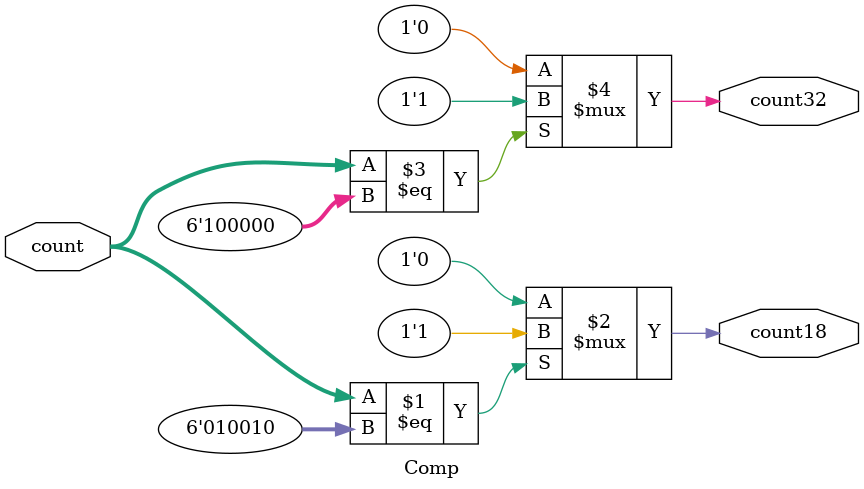
<source format=v>
module Comp (count,count18,count32);

	// ENTRADAS Y SALIDAS DEL SISTEMA

	input wire [5:0] count;
	output wire count18;
	output wire count32;

	assign count18=(count==18)?1'b1:1'b0;
	assign count32=(count==32)?1'b1:1'b0;

endmodule

</source>
